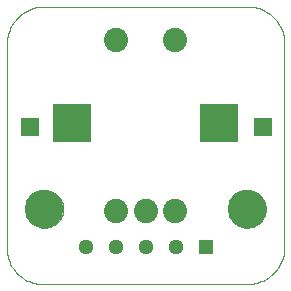
<source format=gts>
G75*
G70*
%OFA0B0*%
%FSLAX24Y24*%
%IPPOS*%
%LPD*%
%AMOC8*
5,1,8,0,0,1.08239X$1,22.5*
%
%ADD10C,0.0000*%
%ADD11C,0.1290*%
%ADD12C,0.0808*%
%ADD13R,0.1306X0.1306*%
%ADD14R,0.0512X0.0512*%
%ADD15C,0.0512*%
%ADD16R,0.0640X0.0640*%
D10*
X001905Y000705D02*
X008655Y000705D01*
X008723Y000707D01*
X008790Y000712D01*
X008857Y000721D01*
X008924Y000734D01*
X008989Y000751D01*
X009054Y000770D01*
X009118Y000794D01*
X009180Y000821D01*
X009241Y000851D01*
X009299Y000884D01*
X009356Y000920D01*
X009411Y000960D01*
X009464Y001002D01*
X009515Y001048D01*
X009562Y001095D01*
X009608Y001146D01*
X009650Y001199D01*
X009690Y001254D01*
X009726Y001311D01*
X009759Y001369D01*
X009789Y001430D01*
X009816Y001492D01*
X009840Y001556D01*
X009859Y001621D01*
X009876Y001686D01*
X009889Y001753D01*
X009898Y001820D01*
X009903Y001887D01*
X009905Y001955D01*
X009905Y008705D01*
X009903Y008773D01*
X009898Y008840D01*
X009889Y008907D01*
X009876Y008974D01*
X009859Y009039D01*
X009840Y009104D01*
X009816Y009168D01*
X009789Y009230D01*
X009759Y009291D01*
X009726Y009349D01*
X009690Y009406D01*
X009650Y009461D01*
X009608Y009514D01*
X009562Y009565D01*
X009515Y009612D01*
X009464Y009658D01*
X009411Y009700D01*
X009356Y009740D01*
X009299Y009776D01*
X009241Y009809D01*
X009180Y009839D01*
X009118Y009866D01*
X009054Y009890D01*
X008989Y009909D01*
X008924Y009926D01*
X008857Y009939D01*
X008790Y009948D01*
X008723Y009953D01*
X008655Y009955D01*
X001905Y009955D01*
X001837Y009953D01*
X001770Y009948D01*
X001703Y009939D01*
X001636Y009926D01*
X001571Y009909D01*
X001506Y009890D01*
X001442Y009866D01*
X001380Y009839D01*
X001319Y009809D01*
X001261Y009776D01*
X001204Y009740D01*
X001149Y009700D01*
X001096Y009658D01*
X001045Y009612D01*
X000998Y009565D01*
X000952Y009514D01*
X000910Y009461D01*
X000870Y009406D01*
X000834Y009349D01*
X000801Y009291D01*
X000771Y009230D01*
X000744Y009168D01*
X000720Y009104D01*
X000701Y009039D01*
X000684Y008974D01*
X000671Y008907D01*
X000662Y008840D01*
X000657Y008773D01*
X000655Y008705D01*
X000655Y001955D01*
X000656Y001955D02*
X000654Y001889D01*
X000656Y001823D01*
X000662Y001757D01*
X000671Y001691D01*
X000684Y001626D01*
X000701Y001561D01*
X000721Y001498D01*
X000745Y001436D01*
X000772Y001376D01*
X000803Y001317D01*
X000837Y001259D01*
X000874Y001204D01*
X000914Y001151D01*
X000957Y001101D01*
X001002Y001052D01*
X001051Y001007D01*
X001101Y000964D01*
X001154Y000924D01*
X001209Y000887D01*
X001267Y000853D01*
X001326Y000822D01*
X001386Y000795D01*
X001448Y000771D01*
X001511Y000751D01*
X001576Y000734D01*
X001641Y000721D01*
X001707Y000712D01*
X001773Y000706D01*
X001839Y000704D01*
X001905Y000706D01*
X001280Y003205D02*
X001282Y003255D01*
X001288Y003304D01*
X001298Y003353D01*
X001311Y003400D01*
X001329Y003447D01*
X001350Y003492D01*
X001374Y003535D01*
X001402Y003576D01*
X001433Y003615D01*
X001467Y003651D01*
X001504Y003685D01*
X001544Y003715D01*
X001585Y003742D01*
X001629Y003766D01*
X001674Y003786D01*
X001721Y003802D01*
X001769Y003815D01*
X001818Y003824D01*
X001868Y003829D01*
X001917Y003830D01*
X001967Y003827D01*
X002016Y003820D01*
X002065Y003809D01*
X002112Y003795D01*
X002158Y003776D01*
X002203Y003754D01*
X002246Y003729D01*
X002286Y003700D01*
X002324Y003668D01*
X002360Y003634D01*
X002393Y003596D01*
X002422Y003556D01*
X002448Y003514D01*
X002471Y003470D01*
X002490Y003424D01*
X002506Y003377D01*
X002518Y003328D01*
X002526Y003279D01*
X002530Y003230D01*
X002530Y003180D01*
X002526Y003131D01*
X002518Y003082D01*
X002506Y003033D01*
X002490Y002986D01*
X002471Y002940D01*
X002448Y002896D01*
X002422Y002854D01*
X002393Y002814D01*
X002360Y002776D01*
X002324Y002742D01*
X002286Y002710D01*
X002246Y002681D01*
X002203Y002656D01*
X002158Y002634D01*
X002112Y002615D01*
X002065Y002601D01*
X002016Y002590D01*
X001967Y002583D01*
X001917Y002580D01*
X001868Y002581D01*
X001818Y002586D01*
X001769Y002595D01*
X001721Y002608D01*
X001674Y002624D01*
X001629Y002644D01*
X001585Y002668D01*
X001544Y002695D01*
X001504Y002725D01*
X001467Y002759D01*
X001433Y002795D01*
X001402Y002834D01*
X001374Y002875D01*
X001350Y002918D01*
X001329Y002963D01*
X001311Y003010D01*
X001298Y003057D01*
X001288Y003106D01*
X001282Y003155D01*
X001280Y003205D01*
X008030Y003205D02*
X008032Y003255D01*
X008038Y003304D01*
X008048Y003353D01*
X008061Y003400D01*
X008079Y003447D01*
X008100Y003492D01*
X008124Y003535D01*
X008152Y003576D01*
X008183Y003615D01*
X008217Y003651D01*
X008254Y003685D01*
X008294Y003715D01*
X008335Y003742D01*
X008379Y003766D01*
X008424Y003786D01*
X008471Y003802D01*
X008519Y003815D01*
X008568Y003824D01*
X008618Y003829D01*
X008667Y003830D01*
X008717Y003827D01*
X008766Y003820D01*
X008815Y003809D01*
X008862Y003795D01*
X008908Y003776D01*
X008953Y003754D01*
X008996Y003729D01*
X009036Y003700D01*
X009074Y003668D01*
X009110Y003634D01*
X009143Y003596D01*
X009172Y003556D01*
X009198Y003514D01*
X009221Y003470D01*
X009240Y003424D01*
X009256Y003377D01*
X009268Y003328D01*
X009276Y003279D01*
X009280Y003230D01*
X009280Y003180D01*
X009276Y003131D01*
X009268Y003082D01*
X009256Y003033D01*
X009240Y002986D01*
X009221Y002940D01*
X009198Y002896D01*
X009172Y002854D01*
X009143Y002814D01*
X009110Y002776D01*
X009074Y002742D01*
X009036Y002710D01*
X008996Y002681D01*
X008953Y002656D01*
X008908Y002634D01*
X008862Y002615D01*
X008815Y002601D01*
X008766Y002590D01*
X008717Y002583D01*
X008667Y002580D01*
X008618Y002581D01*
X008568Y002586D01*
X008519Y002595D01*
X008471Y002608D01*
X008424Y002624D01*
X008379Y002644D01*
X008335Y002668D01*
X008294Y002695D01*
X008254Y002725D01*
X008217Y002759D01*
X008183Y002795D01*
X008152Y002834D01*
X008124Y002875D01*
X008100Y002918D01*
X008079Y002963D01*
X008061Y003010D01*
X008048Y003057D01*
X008038Y003106D01*
X008032Y003155D01*
X008030Y003205D01*
D11*
X008655Y003205D03*
X001905Y003205D03*
D12*
X004296Y003127D03*
X005280Y003127D03*
X006264Y003127D03*
X006264Y008836D03*
X004296Y008836D03*
D13*
X002832Y006080D03*
X007728Y006080D03*
D14*
X007280Y001955D03*
D15*
X006280Y001955D03*
X005280Y001955D03*
X004280Y001955D03*
X003280Y001955D03*
D16*
X001430Y005930D03*
X009180Y005930D03*
M02*

</source>
